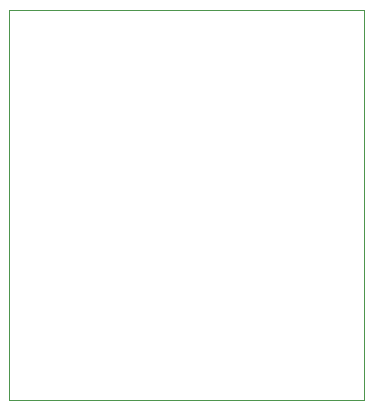
<source format=gbr>
G04 #@! TF.GenerationSoftware,KiCad,Pcbnew,(5.1.5)-3*
G04 #@! TF.CreationDate,2020-02-17T19:47:56+00:00*
G04 #@! TF.ProjectId,Pico-Telemetry,5069636f-2d54-4656-9c65-6d657472792e,rev?*
G04 #@! TF.SameCoordinates,Original*
G04 #@! TF.FileFunction,Profile,NP*
%FSLAX46Y46*%
G04 Gerber Fmt 4.6, Leading zero omitted, Abs format (unit mm)*
G04 Created by KiCad (PCBNEW (5.1.5)-3) date 2020-02-17 19:47:56*
%MOMM*%
%LPD*%
G04 APERTURE LIST*
%ADD10C,0.100000*%
G04 APERTURE END LIST*
D10*
X194000000Y-78500000D02*
X194000000Y-111500000D01*
X164000000Y-78500000D02*
X194000000Y-78500000D01*
X164000000Y-111500000D02*
X164000000Y-78500000D01*
X194000000Y-111500000D02*
X164000000Y-111500000D01*
M02*

</source>
